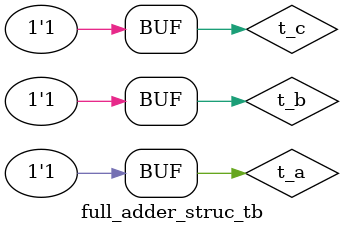
<source format=v>
`timescale 1 ns/10 ps  // time-unit = 1 ns, precision = 10 ps

module full_adder_struc_tb;

wire t_out_sum, t_out_carry;
reg t_a, t_b, t_c;
full_adder_struc uut(.a(t_a), .b(t_b), .c_in(t_c), .sum(t_out_sum), .c_out(t_out_carry));
initial
begin // 1 
t_a = 1'b0; 
t_b = 1'b0; 
t_c = 1'b0;
#5 //2 
t_a = 1'b0; 
t_b = 1'b0; 
t_c = 1'b1;
#5 //3 
t_a = 1'b0; 
t_b = 1'b1; 
t_c = 1'b0;
#5 //4 
t_a = 1'b0; 
t_b = 1'b1; 
t_c = 1'b1;
#5 //5 
t_a = 1'b1; 
t_b = 1'b0; 
t_c = 1'b0;
#5 //6 
t_a = 1'b1; 
t_b = 1'b0; 
t_c = 1'b1;
#5 //7 
t_a = 1'b1; 
t_b = 1'b1; 
t_c = 1'b0;
#5 //8
t_a = 1'b1; 
t_b = 1'b1; 
t_c = 1'b1;
end

endmodule 

</source>
